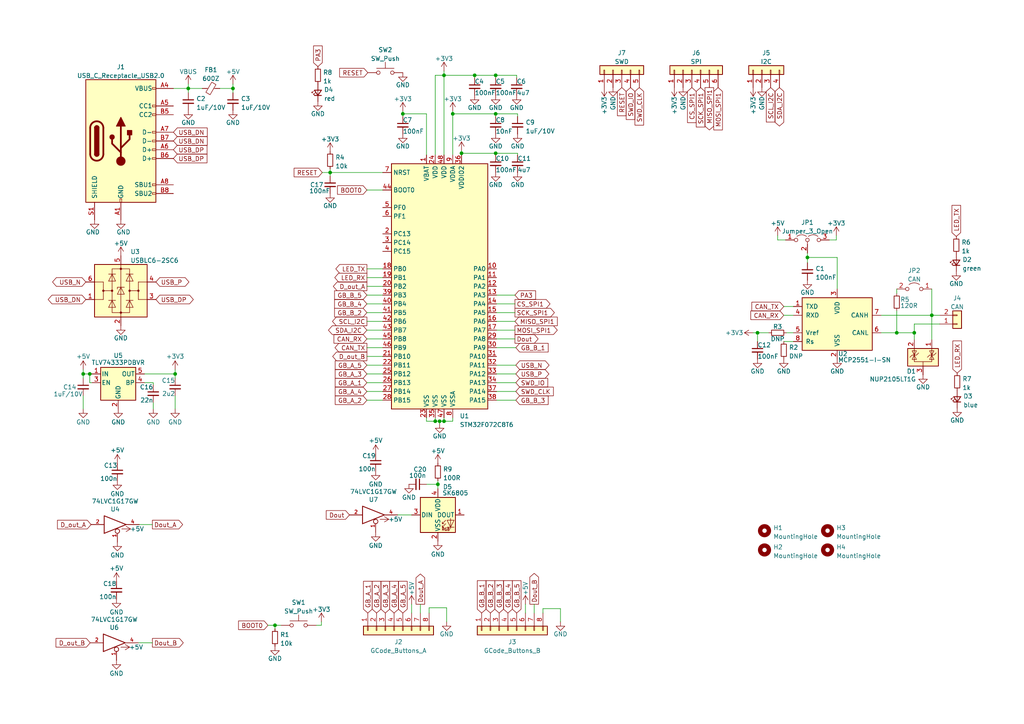
<source format=kicad_sch>
(kicad_sch (version 20211123) (generator eeschema)
  (paper "A4")
  (title_block (title "GCode Buttons MCU") (date "2022-07-03") (rev "V1.0") (company "JNP"))
  (junction (at 133.858 44.45))
  (junction (at 137.668 21.844))
  (junction (at 143.764 21.844))
  (junction (at 143.764 44.45))
  (junction (at 265.176 96.52))
  (junction (at 270.256 91.44))
  (junction (at 131.318 33.02))
  (junction (at 26.035 108.458))
  (junction (at 127 140.462))
  (junction (at 67.564 25.654))
  (junction (at 24.13 108.458))
  (junction (at 260.096 96.52))
  (junction (at 95.758 50.038))
  (junction (at 126.238 122.174))
  (junction (at 54.61 25.654))
  (junction (at 50.8 108.458))
  (junction (at 234.188 74.676))
  (junction (at 128.778 21.844))
  (junction (at 79.756 181.356))
  (junction (at 116.84 33.02))
  (junction (at 128.778 122.174))
  (junction (at 143.764 33.02))
  (junction (at 127.508 122.174))
  (junction (at 219.71 96.52))
  (wire (pts (xy 63.754 25.654) (xy 67.564 25.654)))
  (wire (pts (xy 106.426 83.058) (xy 110.998 83.058)))
  (wire (pts (xy 24.13 108.458) (xy 24.13 109.728)))
  (wire (pts (xy 219.71 96.52) (xy 219.71 99.06)))
  (wire (pts (xy 128.778 20.574) (xy 128.778 21.844)))
  (wire (pts (xy 106.426 55.118) (xy 110.998 55.118)))
  (wire (pts (xy 227.33 88.9) (xy 230.124 88.9)))
  (wire (pts (xy 54.61 24.384) (xy 54.61 25.654)))
  (wire (pts (xy 116.84 32.258) (xy 116.84 33.02)))
  (wire (pts (xy 77.724 181.356) (xy 79.756 181.356)))
  (wire (pts (xy 44.45 116.713) (xy 44.45 118.618)))
  (wire (pts (xy 95.758 49.022) (xy 95.758 50.038)))
  (wire (pts (xy 260.096 90.17) (xy 260.096 96.52)))
  (wire (pts (xy 255.524 96.52) (xy 260.096 96.52)))
  (wire (pts (xy 106.426 105.918) (xy 110.998 105.918)))
  (wire (pts (xy 121.92 175.26) (xy 121.92 177.8)))
  (wire (pts (xy 123.698 121.158) (xy 123.698 122.174)))
  (wire (pts (xy 127.508 122.174) (xy 127.508 122.936)))
  (wire (pts (xy 116.84 33.02) (xy 116.84 33.782)))
  (wire (pts (xy 106.426 90.678) (xy 110.998 90.678)))
  (wire (pts (xy 91.694 181.356) (xy 93.218 181.356)))
  (wire (pts (xy 54.61 25.654) (xy 54.61 26.924)))
  (wire (pts (xy 40.386 152.146) (xy 44.196 152.146)))
  (wire (pts (xy 150.114 44.45) (xy 150.114 44.958)))
  (wire (pts (xy 225.552 69.596) (xy 225.552 68.326)))
  (wire (pts (xy 106.426 108.458) (xy 110.998 108.458)))
  (wire (pts (xy 50.8 114.808) (xy 50.8 118.618)))
  (wire (pts (xy 219.71 96.52) (xy 223.012 96.52)))
  (wire (pts (xy 128.778 121.158) (xy 128.778 122.174)))
  (wire (pts (xy 157.48 176.53) (xy 157.48 177.8)))
  (wire (pts (xy 137.668 21.844) (xy 137.668 22.606)))
  (wire (pts (xy 126.238 44.958) (xy 126.238 21.844)))
  (wire (pts (xy 124.46 176.276) (xy 124.46 177.8)))
  (wire (pts (xy 144.018 98.298) (xy 149.352 98.298)))
  (wire (pts (xy 144.018 113.538) (xy 149.606 113.538)))
  (wire (pts (xy 149.86 21.844) (xy 149.86 22.606)))
  (wire (pts (xy 123.698 33.02) (xy 116.84 33.02)))
  (wire (pts (xy 144.018 105.918) (xy 149.606 105.918)))
  (wire (pts (xy 106.426 113.538) (xy 110.998 113.538)))
  (wire (pts (xy 143.764 44.45) (xy 143.764 44.958)))
  (wire (pts (xy 129.54 180.34) (xy 129.54 176.276)))
  (wire (pts (xy 265.176 93.98) (xy 265.176 96.52)))
  (wire (pts (xy 50.8 107.188) (xy 50.8 108.458)))
  (wire (pts (xy 126.238 122.174) (xy 127.508 122.174)))
  (wire (pts (xy 240.538 69.596) (xy 242.57 69.596)))
  (wire (pts (xy 93.472 50.038) (xy 95.758 50.038)))
  (wire (pts (xy 129.54 176.276) (xy 124.46 176.276)))
  (wire (pts (xy 242.57 69.596) (xy 242.57 68.326)))
  (wire (pts (xy 106.426 93.218) (xy 110.998 93.218)))
  (wire (pts (xy 144.018 93.218) (xy 149.352 93.218)))
  (wire (pts (xy 106.426 110.998) (xy 110.998 110.998)))
  (wire (pts (xy 95.758 50.038) (xy 110.998 50.038)))
  (wire (pts (xy 152.4 175.26) (xy 152.4 177.8)))
  (wire (pts (xy 128.778 21.844) (xy 137.668 21.844)))
  (wire (pts (xy 260.096 96.52) (xy 265.176 96.52)))
  (wire (pts (xy 123.698 140.462) (xy 127 140.462)))
  (wire (pts (xy 131.318 32.258) (xy 131.318 33.02)))
  (wire (pts (xy 126.238 21.844) (xy 128.778 21.844)))
  (wire (pts (xy 40.132 186.436) (xy 44.196 186.436)))
  (wire (pts (xy 228.092 96.52) (xy 230.124 96.52)))
  (wire (pts (xy 131.318 122.174) (xy 128.778 122.174)))
  (wire (pts (xy 234.188 74.676) (xy 234.188 76.2)))
  (wire (pts (xy 162.56 180.34) (xy 162.56 176.53)))
  (wire (pts (xy 143.764 33.02) (xy 143.764 33.782)))
  (wire (pts (xy 106.426 103.378) (xy 110.998 103.378)))
  (wire (pts (xy 143.764 21.844) (xy 143.764 22.606)))
  (wire (pts (xy 144.018 110.998) (xy 149.606 110.998)))
  (wire (pts (xy 67.564 24.384) (xy 67.564 25.654)))
  (wire (pts (xy 24.13 107.188) (xy 24.13 108.458)))
  (wire (pts (xy 79.756 181.356) (xy 79.756 182.372)))
  (wire (pts (xy 127 139.446) (xy 127 140.462)))
  (wire (pts (xy 106.426 80.518) (xy 110.998 80.518)))
  (wire (pts (xy 144.018 88.138) (xy 149.352 88.138)))
  (wire (pts (xy 154.94 175.26) (xy 154.94 177.8)))
  (wire (pts (xy 157.48 176.53) (xy 162.56 176.53)))
  (wire (pts (xy 58.674 25.654) (xy 54.61 25.654)))
  (wire (pts (xy 227.33 91.44) (xy 230.124 91.44)))
  (wire (pts (xy 143.764 21.844) (xy 149.86 21.844)))
  (wire (pts (xy 115.316 149.352) (xy 119.38 149.352)))
  (wire (pts (xy 270.256 91.44) (xy 270.256 98.552)))
  (wire (pts (xy 272.542 93.98) (xy 265.176 93.98)))
  (wire (pts (xy 270.256 83.82) (xy 270.256 91.44)))
  (wire (pts (xy 144.018 90.678) (xy 149.352 90.678)))
  (wire (pts (xy 242.824 83.82) (xy 242.824 74.676)))
  (wire (pts (xy 50.292 25.654) (xy 54.61 25.654)))
  (wire (pts (xy 26.035 108.458) (xy 24.13 108.458)))
  (wire (pts (xy 106.426 100.838) (xy 110.998 100.838)))
  (wire (pts (xy 131.318 121.158) (xy 131.318 122.174)))
  (wire (pts (xy 133.858 43.688) (xy 133.858 44.45)))
  (wire (pts (xy 150.114 33.02) (xy 150.114 33.782)))
  (wire (pts (xy 133.858 44.958) (xy 133.858 44.45)))
  (wire (pts (xy 265.176 96.52) (xy 265.176 98.552)))
  (wire (pts (xy 143.764 44.45) (xy 150.114 44.45)))
  (wire (pts (xy 270.256 91.44) (xy 272.542 91.44)))
  (wire (pts (xy 106.426 116.078) (xy 110.998 116.078)))
  (wire (pts (xy 144.018 116.078) (xy 149.606 116.078)))
  (wire (pts (xy 234.188 73.406) (xy 234.188 74.676)))
  (wire (pts (xy 255.524 91.44) (xy 270.256 91.44)))
  (wire (pts (xy 242.824 74.676) (xy 234.188 74.676)))
  (wire (pts (xy 50.8 108.458) (xy 50.8 109.728)))
  (wire (pts (xy 227.838 69.596) (xy 225.552 69.596)))
  (wire (pts (xy 119.38 175.26) (xy 119.38 177.8)))
  (wire (pts (xy 123.698 44.958) (xy 123.698 33.02)))
  (wire (pts (xy 106.426 85.598) (xy 110.998 85.598)))
  (wire (pts (xy 41.91 108.458) (xy 50.8 108.458)))
  (wire (pts (xy 137.668 21.844) (xy 143.764 21.844)))
  (wire (pts (xy 95.758 50.038) (xy 95.758 51.054)))
  (wire (pts (xy 106.426 98.298) (xy 110.998 98.298)))
  (wire (pts (xy 126.238 121.158) (xy 126.238 122.174)))
  (wire (pts (xy 106.426 88.138) (xy 110.998 88.138)))
  (wire (pts (xy 24.13 114.808) (xy 24.13 118.618)))
  (wire (pts (xy 128.778 122.174) (xy 127.508 122.174)))
  (wire (pts (xy 131.318 44.958) (xy 131.318 33.02)))
  (wire (pts (xy 144.018 108.458) (xy 149.606 108.458)))
  (wire (pts (xy 128.778 44.958) (xy 128.778 21.844)))
  (wire (pts (xy 131.318 33.02) (xy 143.764 33.02)))
  (wire (pts (xy 106.426 95.758) (xy 110.998 95.758)))
  (wire (pts (xy 93.218 181.356) (xy 93.218 180.34)))
  (wire (pts (xy 144.018 95.758) (xy 149.352 95.758)))
  (wire (pts (xy 106.426 77.978) (xy 110.998 77.978)))
  (wire (pts (xy 218.44 96.52) (xy 219.71 96.52)))
  (wire (pts (xy 123.698 122.174) (xy 126.238 122.174)))
  (wire (pts (xy 260.096 83.82) (xy 260.096 85.09)))
  (wire (pts (xy 67.564 25.654) (xy 67.564 26.924)))
  (wire (pts (xy 227.33 99.06) (xy 230.124 99.06)))
  (wire (pts (xy 41.91 110.998) (xy 44.45 110.998)))
  (wire (pts (xy 144.018 85.598) (xy 149.352 85.598)))
  (wire (pts (xy 143.764 33.02) (xy 150.114 33.02)))
  (wire (pts (xy 26.035 110.998) (xy 26.035 108.458)))
  (wire (pts (xy 127 140.462) (xy 127 141.732)))
  (wire (pts (xy 44.45 110.998) (xy 44.45 111.633)))
  (wire (pts (xy 133.858 44.45) (xy 143.764 44.45)))
  (wire (pts (xy 79.756 181.356) (xy 81.534 181.356)))
  (wire (pts (xy 26.67 108.458) (xy 26.035 108.458)))
  (wire (pts (xy 144.018 100.838) (xy 149.606 100.838)))
  (wire (pts (xy 26.67 110.998) (xy 26.035 110.998)))
  (global_label "CAN_TX" (shape input) (at 227.33 88.9 180) (property "Intersheet References" "${INTERSHEET_REFS}" (effects hide)))
  (global_label "USB_DN" (shape input) (at 50.292 40.894 0) (property "Intersheet References" "${INTERSHEET_REFS}" (effects hide)))
  (global_label "GB_B_1" (shape input) (at 139.7 177.8 90) (property "Intersheet References" "${INTERSHEET_REFS}" (effects hide)))
  (global_label "GB_A_1" (shape input) (at 106.426 110.998 180) (property "Intersheet References" "${INTERSHEET_REFS}" (effects hide)))
  (global_label "CAN_RX" (shape input) (at 106.426 98.298 180) (property "Intersheet References" "${INTERSHEET_REFS}" (effects hide)))
  (global_label "SCL_I2C" (shape input) (at 223.52 25.4 270) (property "Intersheet References" "${INTERSHEET_REFS}" (effects hide)))
  (global_label "Dout_B" (shape output) (at 154.94 175.26 90) (property "Intersheet References" "${INTERSHEET_REFS}" (effects hide)))
  (global_label "GB_B_2" (shape input) (at 142.24 177.8 90) (property "Intersheet References" "${INTERSHEET_REFS}" (effects hide)))
  (global_label "Dout_B" (shape output) (at 44.196 186.436 0) (property "Intersheet References" "${INTERSHEET_REFS}" (effects hide)))
  (global_label "SWD_IO" (shape input) (at 149.606 110.998 0) (property "Intersheet References" "${INTERSHEET_REFS}" (effects hide)))
  (global_label "GB_A_1" (shape input) (at 106.68 177.8 90) (property "Intersheet References" "${INTERSHEET_REFS}" (effects hide)))
  (global_label "MISO_SPI1" (shape input) (at 149.352 93.218 0) (property "Intersheet References" "${INTERSHEET_REFS}" (effects hide)))
  (global_label "SCK_SPI1" (shape output) (at 149.352 90.678 0) (property "Intersheet References" "${INTERSHEET_REFS}" (effects hide)))
  (global_label "RESET" (shape input) (at 93.472 50.038 180) (property "Intersheet References" "${INTERSHEET_REFS}" (effects hide)))
  (global_label "GB_A_5" (shape input) (at 116.84 177.8 90) (property "Intersheet References" "${INTERSHEET_REFS}" (effects hide)))
  (global_label "MOSI_SPI1" (shape output) (at 149.352 95.758 0) (property "Intersheet References" "${INTERSHEET_REFS}" (effects hide)))
  (global_label "GB_B_4" (shape input) (at 106.426 88.138 180) (property "Intersheet References" "${INTERSHEET_REFS}" (effects hide)))
  (global_label "USB_N" (shape bidirectional) (at 149.606 105.918 0) (property "Intersheet References" "${INTERSHEET_REFS}" (effects hide)))
  (global_label "GB_A_2" (shape input) (at 109.22 177.8 90) (property "Intersheet References" "${INTERSHEET_REFS}" (effects hide)))
  (global_label "LED_TX" (shape output) (at 106.426 77.978 180) (property "Intersheet References" "${INTERSHEET_REFS}" (effects hide)))
  (global_label "D_out_B" (shape output) (at 106.426 103.378 180) (property "Intersheet References" "${INTERSHEET_REFS}" (effects hide)))
  (global_label "USB_DN" (shape bidirectional) (at 24.892 86.868 180) (property "Intersheet References" "${INTERSHEET_REFS}" (effects hide)))
  (global_label "GB_A_3" (shape input) (at 111.76 177.8 90) (property "Intersheet References" "${INTERSHEET_REFS}" (effects hide)))
  (global_label "PA3" (shape input) (at 149.352 85.598 0) (property "Intersheet References" "${INTERSHEET_REFS}" (effects hide)))
  (global_label "D_out_B" (shape input) (at 26.162 186.436 180) (property "Intersheet References" "${INTERSHEET_REFS}" (effects hide)))
  (global_label "CS_SPI1" (shape output) (at 149.352 88.138 0) (property "Intersheet References" "${INTERSHEET_REFS}" (effects hide)))
  (global_label "Dout" (shape input) (at 101.346 149.352 180) (property "Intersheet References" "${INTERSHEET_REFS}" (effects hide)))
  (global_label "SDA_I2C" (shape bidirectional) (at 106.426 95.758 180) (property "Intersheet References" "${INTERSHEET_REFS}" (effects hide)))
  (global_label "GB_A_4" (shape input) (at 106.426 113.538 180) (property "Intersheet References" "${INTERSHEET_REFS}" (effects hide)))
  (global_label "Dout_A" (shape output) (at 44.196 152.146 0) (property "Intersheet References" "${INTERSHEET_REFS}" (effects hide)))
  (global_label "SCK_SPI1" (shape input) (at 203.2 25.4 270) (property "Intersheet References" "${INTERSHEET_REFS}" (effects hide)))
  (global_label "CS_SPI1" (shape input) (at 200.66 25.4 270) (property "Intersheet References" "${INTERSHEET_REFS}" (effects hide)))
  (global_label "GB_B_4" (shape input) (at 147.32 177.8 90) (property "Intersheet References" "${INTERSHEET_REFS}" (effects hide)))
  (global_label "Dout_A" (shape output) (at 121.92 175.26 90) (property "Intersheet References" "${INTERSHEET_REFS}" (effects hide)))
  (global_label "GB_B_3" (shape input) (at 149.606 116.078 0) (property "Intersheet References" "${INTERSHEET_REFS}" (effects hide)))
  (global_label "RESET" (shape input) (at 180.34 25.4 270) (property "Intersheet References" "${INTERSHEET_REFS}" (effects hide)))
  (global_label "GB_B_1" (shape input) (at 149.606 100.838 0) (property "Intersheet References" "${INTERSHEET_REFS}" (effects hide)))
  (global_label "USB_DP" (shape input) (at 50.292 45.974 0) (property "Intersheet References" "${INTERSHEET_REFS}" (effects hide)))
  (global_label "GB_A_3" (shape input) (at 106.426 108.458 180) (property "Intersheet References" "${INTERSHEET_REFS}" (effects hide)))
  (global_label "BOOT0" (shape input) (at 106.426 55.118 180) (property "Intersheet References" "${INTERSHEET_REFS}" (effects hide)))
  (global_label "USB_P" (shape bidirectional) (at 45.212 81.788 0) (property "Intersheet References" "${INTERSHEET_REFS}" (effects hide)))
  (global_label "SWD_CLK" (shape input) (at 149.606 113.538 0) (property "Intersheet References" "${INTERSHEET_REFS}" (effects hide)))
  (global_label "GB_A_2" (shape input) (at 106.426 116.078 180) (property "Intersheet References" "${INTERSHEET_REFS}" (effects hide)))
  (global_label "GB_B_2" (shape input) (at 106.426 90.678 180) (property "Intersheet References" "${INTERSHEET_REFS}" (effects hide)))
  (global_label "Dout" (shape output) (at 149.352 98.298 0) (property "Intersheet References" "${INTERSHEET_REFS}" (effects hide)))
  (global_label "CAN_TX" (shape output) (at 106.426 100.838 180) (property "Intersheet References" "${INTERSHEET_REFS}" (effects hide)))
  (global_label "LED_RX" (shape output) (at 106.426 80.518 180) (property "Intersheet References" "${INTERSHEET_REFS}" (effects hide)))
  (global_label "USB_DP" (shape input) (at 50.292 43.434 0) (property "Intersheet References" "${INTERSHEET_REFS}" (effects hide)))
  (global_label "USB_P" (shape bidirectional) (at 149.606 108.458 0) (property "Intersheet References" "${INTERSHEET_REFS}" (effects hide)))
  (global_label "SWD_CLK" (shape input) (at 185.42 25.4 270) (property "Intersheet References" "${INTERSHEET_REFS}" (effects hide)))
  (global_label "USB_DN" (shape input) (at 50.292 38.354 0) (property "Intersheet References" "${INTERSHEET_REFS}" (effects hide)))
  (global_label "SCL_I2C" (shape output) (at 106.426 93.218 180) (property "Intersheet References" "${INTERSHEET_REFS}" (effects hide)))
  (global_label "USB_DP" (shape bidirectional) (at 45.212 86.868 0) (property "Intersheet References" "${INTERSHEET_REFS}" (effects hide)))
  (global_label "LED_RX" (shape input) (at 277.622 108.204 90) (property "Intersheet References" "${INTERSHEET_REFS}" (effects hide)))
  (global_label "LED_TX" (shape input) (at 277.368 68.58 90) (property "Intersheet References" "${INTERSHEET_REFS}" (effects hide)))
  (global_label "PA3" (shape input) (at 92.202 19.304 90) (property "Intersheet References" "${INTERSHEET_REFS}" (effects hide)))
  (global_label "BOOT0" (shape input) (at 77.724 181.356 180) (property "Intersheet References" "${INTERSHEET_REFS}" (effects hide)))
  (global_label "GB_A_5" (shape input) (at 106.426 105.918 180) (property "Intersheet References" "${INTERSHEET_REFS}" (effects hide)))
  (global_label "D_out_A" (shape input) (at 26.416 152.146 180) (property "Intersheet References" "${INTERSHEET_REFS}" (effects hide)))
  (global_label "RESET" (shape input) (at 106.68 21.082 180) (property "Intersheet References" "${INTERSHEET_REFS}" (effects hide)))
  (global_label "USB_N" (shape bidirectional) (at 24.892 81.788 180) (property "Intersheet References" "${INTERSHEET_REFS}" (effects hide)))
  (global_label "SDA_I2C" (shape bidirectional) (at 226.06 25.4 270) (property "Intersheet References" "${INTERSHEET_REFS}" (effects hide)))
  (global_label "CAN_RX" (shape input) (at 227.33 91.44 180) (property "Intersheet References" "${INTERSHEET_REFS}" (effects hide)))
  (global_label "MISO_SPI1" (shape output) (at 205.74 25.4 270) (property "Intersheet References" "${INTERSHEET_REFS}" (effects hide)))
  (global_label "D_out_A" (shape output) (at 106.426 83.058 180) (property "Intersheet References" "${INTERSHEET_REFS}" (effects hide)))
  (global_label "SWD_IO" (shape input) (at 182.88 25.4 270) (property "Intersheet References" "${INTERSHEET_REFS}" (effects hide)))
  (global_label "GB_B_5" (shape input) (at 149.86 177.8 90) (property "Intersheet References" "${INTERSHEET_REFS}" (effects hide)))
  (global_label "GB_B_5" (shape input) (at 106.426 85.598 180) (property "Intersheet References" "${INTERSHEET_REFS}" (effects hide)))
  (global_label "GB_A_4" (shape input) (at 114.3 177.8 90) (property "Intersheet References" "${INTERSHEET_REFS}" (effects hide)))
  (global_label "MOSI_SPI1" (shape input) (at 208.28 25.4 270) (property "Intersheet References" "${INTERSHEET_REFS}" (effects hide)))
  (global_label "GB_B_3" (shape input) (at 144.78 177.8 90) (property "Intersheet References" "${INTERSHEET_REFS}" (effects hide)))
  (symbol (lib_id "Device:C_Small") (at 137.668 25.146 0) (unit 1)
    (property "Reference" "C4" (at 137.668 23.622 0) (effects (justify left)))
    (property "Value" "100nF" (at 137.668 26.924 0) (effects (justify left)))
    (property "Footprint" "Capacitor_SMD:C_0402_1005Metric" (effects hide))
    (property "LCSC" "C60474" (effects hide))
  )
  (symbol (lib_id "Connector:USB_C_Receptacle_USB2.0") (at 35.052 40.894 0) (unit 1)
    (property "Reference" "J1" (at 35.052 19.4142 0))
    (property "Value" "USB_C_Receptacle_USB2.0" (at 35.052 21.9511 0))
    (property "Footprint" "Connector_USB:USB_C_Receptacle_HRO_TYPE-C-31-M-12" (effects hide))
    (property "Datasheet" "https://www.usb.org/sites/default/files/documents/usb_type-c.zip" (effects hide))
    (property "LCSC" "C136423" (effects hide))
  )
  (symbol (lib_id "power:GND") (at 27.432 63.754 0) (unit 1)
    (property "Reference" "#PWR0107" (effects hide))
    (property "Value" "GND" (at 26.924 67.31 0))
  )
  (symbol (lib_id "Device:C_Small") (at 108.966 134.112 0) (mirror y) (unit 1)
    (property "Reference" "C19" (at 108.966 132.207 0) (effects (justify left)))
    (property "Value" "100n" (at 108.966 136.017 0) (effects (justify left)))
    (property "Footprint" "Capacitor_SMD:C_0402_1005Metric" (effects hide))
    (property "LCSC" "C60474" (effects hide))
  )
  (symbol (lib_id "power:+5V") (at 33.782 168.656 0) (mirror y) (unit 1)
    (property "Reference" "#PWR0148" (effects hide))
    (property "Value" "+5V" (at 33.782 164.846 0))
  )
  (symbol (lib_id "power:GND") (at 44.45 118.618 0) (mirror y) (unit 1)
    (property "Reference" "#PWR0136" (effects hide))
    (property "Value" "GND" (at 44.45 122.428 0))
  )
  (symbol (lib_id "power:GND") (at 242.824 104.14 0) (unit 1)
    (property "Reference" "#PWR0103" (effects hide))
    (property "Value" "GND" (at 242.824 107.696 0))
  )
  (symbol (lib_id "power:GND") (at 116.84 21.082 0) (unit 1)
    (property "Reference" "#PWR0141" (effects hide))
    (property "Value" "GND" (at 116.84 24.638 0))
  )
  (symbol (lib_id "Mechanical:MountingHole") (at 221.742 153.924 0) (unit 1) (in_bom no)
    (property "Reference" "H1" (at 224.282 153.0893 0) (effects (justify left)))
    (property "Value" "MountingHole" (at 224.282 155.6262 0) (effects (justify left)))
    (property "Footprint" "MountingHole:MountingHole_2.2mm_M2_DIN965" (effects hide))
  )
  (symbol (lib_id "power:GND") (at 92.202 29.464 0) (unit 1)
    (property "Reference" "#PWR0151" (effects hide))
    (property "Value" "GND" (at 92.202 33.02 0))
  )
  (symbol (lib_id "power:GND") (at 35.052 63.754 0) (unit 1)
    (property "Reference" "#PWR0108" (effects hide))
    (property "Value" "GND" (at 35.814 67.31 0))
  )
  (symbol (lib_id "Mechanical:MountingHole") (at 221.742 159.512 0) (unit 1) (in_bom no)
    (property "Reference" "H2" (at 224.282 158.6773 0) (effects (justify left)))
    (property "Value" "MountingHole" (at 224.282 161.2142 0) (effects (justify left)))
    (property "Footprint" "MountingHole:MountingHole_2.2mm_M2_DIN965" (effects hide))
  )
  (symbol (lib_id "power:GND") (at 95.758 56.134 0) (unit 1)
    (property "Reference" "#PWR0142" (effects hide))
    (property "Value" "GND" (at 95.758 59.69 0))
  )
  (symbol (lib_id "power:+5V") (at 24.13 107.188 0) (mirror y) (unit 1)
    (property "Reference" "#PWR0134" (effects hide))
    (property "Value" "+5V" (at 24.13 103.378 0))
  )
  (symbol (lib_id "Device:C_Small") (at 44.45 114.173 0) (mirror y) (unit 1)
    (property "Reference" "C16" (at 44.45 112.268 0) (effects (justify left)))
    (property "Value" "22n" (at 44.45 116.078 0) (effects (justify left)))
    (property "Footprint" "Capacitor_SMD:C_0402_1005Metric" (effects hide))
    (property "LCSC" "C107026" (effects hide))
  )
  (symbol (lib_id "Connector_Generic:Conn_01x08") (at 147.32 182.88 90) (mirror x) (unit 1)
    (property "Reference" "J3" (at 148.59 186.1804 90))
    (property "Value" "GCode_Buttons_B" (at 148.59 188.7173 90))
    (property "Footprint" "Connector_FFC-FPC:JUSHUO AFC11-S08ICC-00" (effects hide))
    (property "LCSC" "C262301" (effects hide))
  )
  (symbol (lib_id "power:+5V") (at 152.4 175.26 0) (mirror y) (unit 1)
    (property "Reference" "#PWR0152" (effects hide))
    (property "Value" "+5V" (at 152.4 170.688 90))
  )
  (symbol (lib_id "Device:C_Small") (at 67.564 29.464 0) (unit 1)
    (property "Reference" "C3" (at 69.8881 28.6356 0) (effects (justify left)))
    (property "Value" "1uF{slash}10V" (at 69.8881 31.1725 0) (effects (justify left)))
    (property "Footprint" "Capacitor_SMD:C_0402_1005Metric" (effects hide))
    (property "LCSC" "C528974" (effects hide))
  )
  (symbol (lib_id "power:+3V3") (at 133.858 43.688 0) (unit 1)
    (property "Reference" "#PWR0119" (effects hide))
    (property "Value" "+3V3" (at 133.858 40.1122 0))
  )
  (symbol (lib_id "Device:FerriteBead_Small") (at 61.214 25.654 90) (unit 1)
    (property "Reference" "FB1" (at 61.1759 20.2524 90))
    (property "Value" "600Z" (at 61.1759 22.7893 90))
    (property "Footprint" "Inductor_SMD:L_0603_1608Metric" (effects hide))
    (property "LCSC" "C19330" (effects hide))
  )
  (symbol (lib_id "MCU_ST_STM32F0:STM32F072C8Tx") (at 128.778 83.058 0) (unit 1)
    (property "Reference" "U1" (at 133.3374 120.6484 0) (effects (justify left)))
    (property "Value" "STM32F072C8T6" (at 133.3374 123.1853 0) (effects (justify left)))
    (property "Footprint" "Package_QFP:LQFP-48_7x7mm_P0.5mm" (effects hide))
    (property "Datasheet" "http://www.st.com/st-web-ui/static/active/en/resource/technical/document/datasheet/DM00090510.pdf" (effects hide))
    (property "LCSC" "C80488" (effects hide))
  )
  (symbol (lib_id "power:+3V3") (at 128.778 20.574 0) (unit 1)
    (property "Reference" "#PWR0124" (effects hide))
    (property "Value" "+3V3" (at 128.778 16.9982 0))
  )
  (symbol (lib_id "power:+5V") (at 119.38 175.26 0) (mirror y) (unit 1)
    (property "Reference" "#PWR0153" (effects hide))
    (property "Value" "+5V" (at 119.38 170.688 90))
  )
  (symbol (lib_id "Device:C_Small") (at 150.114 47.498 0) (unit 1)
    (property "Reference" "C11" (at 150.114 45.974 0) (effects (justify left)))
    (property "Value" "4u7" (at 150.114 49.276 0) (effects (justify left)))
    (property "Footprint" "Capacitor_SMD:C_0402_1005Metric" (effects hide))
    (property "LCSC" "C368809" (effects hide))
  )
  (symbol (lib_id "Device:R_Small") (at 95.758 46.482 0) (unit 1)
    (property "Reference" "R4" (at 97.2566 45.6473 0) (effects (justify left)))
    (property "Value" "10k" (at 97.2566 48.1842 0) (effects (justify left)))
    (property "Footprint" "Resistor_SMD:R_0402_1005Metric" (effects hide))
    (property "LCSC" "C144807" (effects hide))
  )
  (symbol (lib_id "Device:R_Small") (at 227.33 101.6 0) (unit 1) (in_bom no)
    (property "Reference" "R2" (at 228.8286 100.7653 0) (effects (justify left)))
    (property "Value" "DNP" (at 228.8286 103.3022 0) (effects (justify left)))
    (property "Footprint" "Resistor_SMD:R_0402_1005Metric" (effects hide))
  )
  (symbol (lib_id "Device:C_Small") (at 54.61 29.464 0) (unit 1)
    (property "Reference" "C2" (at 56.9341 28.6356 0) (effects (justify left)))
    (property "Value" "1uF{slash}10V" (at 56.9341 31.1725 0) (effects (justify left)))
    (property "Footprint" "Capacitor_SMD:C_0402_1005Metric" (effects hide))
    (property "LCSC" "C528974" (effects hide))
  )
  (symbol (lib_id "power:GND") (at 34.036 139.446 0) (mirror y) (unit 1)
    (property "Reference" "#PWR0133" (effects hide))
    (property "Value" "GND" (at 34.036 143.256 0))
  )
  (symbol (lib_id "power:GND") (at 116.84 38.862 0) (unit 1)
    (property "Reference" "#PWR0125" (effects hide))
    (property "Value" "GND" (at 116.84 42.418 0))
  )
  (symbol (lib_id "power:+5V") (at 110.236 150.622 270) (mirror x) (unit 1)
    (property "Reference" "#PWR0166" (effects hide))
    (property "Value" "+5V" (at 114.681 150.622 90))
  )
  (symbol (lib_id "74xGxx:74AHC1G125") (at 33.782 186.436 0) (mirror x) (unit 1)
    (property "Reference" "U6" (at 33.147 181.991 0))
    (property "Value" "74LVC1G17GW" (at 33.147 179.6796 0))
    (property "Footprint" "Package_TO_SOT_SMD:SOT-353_SC-70-5" (effects hide))
    (property "Datasheet" "http://www.ti.com/lit/sg/scyt129e/scyt129e.pdf" (effects hide))
    (property "LCSC" "C202202" (effects hide))
  )
  (symbol (lib_id "Device:C_Small") (at 50.8 112.268 0) (mirror y) (unit 1)
    (property "Reference" "C15" (at 50.8 110.363 0) (effects (justify left)))
    (property "Value" "2u2" (at 50.8 114.173 0) (effects (justify left)))
    (property "Footprint" "Capacitor_SMD:C_0402_1005Metric" (effects hide))
    (property "LCSC" "C415540" (effects hide))
  )
  (symbol (lib_id "power:+3V3") (at 95.758 43.942 0) (unit 1)
    (property "Reference" "#PWR0143" (effects hide))
    (property "Value" "+3V3" (at 95.758 40.3662 0))
  )
  (symbol (lib_id "power:GND") (at 198.12 25.4 0) (unit 1)
    (property "Reference" "#PWR0157" (effects hide))
    (property "Value" "GND" (at 198.12 29.972 90))
  )
  (symbol (lib_id "power:GND") (at 118.618 140.462 0) (mirror y) (unit 1)
    (property "Reference" "#PWR0165" (effects hide))
    (property "Value" "GND" (at 118.618 144.272 0))
  )
  (symbol (lib_id "Regulator_Linear:TPS79333-EP") (at 34.29 110.998 0) (unit 1)
    (property "Reference" "U5" (at 34.29 103.124 0))
    (property "Value" "TLV74333PDBVR" (at 34.29 105.156 0))
    (property "Footprint" "Package_TO_SOT_SMD:SOT-23-5" (effects hide))
    (property "LCSC" "C408972" (effects hide))
    (property "Alternative" "RT9193-33GB/C15651" (effects hide))
  )
  (symbol (lib_id "power:GND") (at 67.564 32.004 0) (unit 1)
    (property "Reference" "#PWR0105" (effects hide))
    (property "Value" "GND" (at 67.564 35.56 0))
  )
  (symbol (lib_id "power:+3V3") (at 175.26 25.4 180) (unit 1)
    (property "Reference" "#PWR0158" (effects hide))
    (property "Value" "+3V3" (at 175.26 33.274 90) (effects (justify right)))
  )
  (symbol (lib_id "Device:C_Small") (at 121.158 140.462 270) (mirror x) (unit 1)
    (property "Reference" "C20" (at 119.888 136.144 90) (effects (justify left)))
    (property "Value" "100n" (at 118.618 137.922 90) (effects (justify left)))
    (property "Footprint" "Capacitor_SMD:C_0402_1005Metric" (effects hide))
    (property "LCSC" "C60474" (effects hide))
  )
  (symbol (lib_id "Device:C_Small") (at 33.782 171.196 0) (mirror y) (unit 1)
    (property "Reference" "C18" (at 33.782 169.291 0) (effects (justify left)))
    (property "Value" "100n" (at 33.782 173.101 0) (effects (justify left)))
    (property "Footprint" "Capacitor_SMD:C_0402_1005Metric" (effects hide))
    (property "LCSC" "C60474" (effects hide))
  )
  (symbol (lib_id "power:GND") (at 267.716 108.712 0) (unit 1)
    (property "Reference" "#PWR0101" (effects hide))
    (property "Value" "GND" (at 267.716 112.268 0))
  )
  (symbol (lib_id "power:+5V") (at 35.052 187.706 270) (mirror x) (unit 1)
    (property "Reference" "#PWR0145" (effects hide))
    (property "Value" "+5V" (at 39.497 187.706 90))
  )
  (symbol (lib_id "power:GND") (at 149.86 27.686 0) (unit 1)
    (property "Reference" "#PWR0116" (effects hide))
    (property "Value" "GND" (at 149.86 31.242 0))
  )
  (symbol (lib_id "power:VBUS") (at 54.61 24.384 0) (unit 1)
    (property "Reference" "#PWR0110" (effects hide))
    (property "Value" "VBUS" (at 54.61 20.8082 0))
  )
  (symbol (lib_id "power:+5V") (at 127 134.366 0) (unit 1)
    (property "Reference" "#PWR0163" (effects hide))
    (property "Value" "+5V" (at 127 130.7902 0))
  )
  (symbol (lib_id "Device:C_Small") (at 95.758 53.594 0) (unit 1)
    (property "Reference" "C17" (at 89.916 53.594 0) (effects (justify left)))
    (property "Value" "100nF" (at 89.662 55.372 0) (effects (justify left)))
    (property "Footprint" "Capacitor_SMD:C_0402_1005Metric" (effects hide))
    (property "LCSC" "C60474" (effects hide))
  )
  (symbol (lib_id "Mechanical:MountingHole") (at 240.03 159.512 0) (unit 1) (in_bom no)
    (property "Reference" "H4" (at 242.57 158.6773 0) (effects (justify left)))
    (property "Value" "MountingHole" (at 242.57 161.2142 0) (effects (justify left)))
    (property "Footprint" "MountingHole:MountingHole_2.2mm_M2_DIN965" (effects hide))
  )
  (symbol (lib_id "Switch:SW_Push") (at 86.614 181.356 0) (unit 1)
    (property "Reference" "SW1" (at 86.614 174.7352 0))
    (property "Value" "SW_Push" (at 86.614 177.2721 0))
    (property "Footprint" "Button_Switch_SMD:SW_SPST_1TS003B-1400-3500A-CT" (effects hide))
    (property "LCSC" "C319392" (effects hide))
  )
  (symbol (lib_id "power:GND") (at 143.764 27.686 0) (unit 1)
    (property "Reference" "#PWR0115" (effects hide))
    (property "Value" "GND" (at 143.764 31.242 0))
  )
  (symbol (lib_id "Device:C_Small") (at 219.71 101.6 0) (unit 1)
    (property "Reference" "C12" (at 219.71 100.076 0) (effects (justify left)))
    (property "Value" "100nF" (at 219.71 103.378 0) (effects (justify left)))
    (property "Footprint" "Capacitor_SMD:C_0402_1005Metric" (effects hide))
    (property "LCSC" "C60474" (effects hide))
  )
  (symbol (lib_id "Device:R_Small") (at 260.096 87.63 0) (unit 1)
    (property "Reference" "R5" (at 261.112 86.868 0) (effects (justify left)))
    (property "Value" "120R" (at 261.112 88.646 0) (effects (justify left)))
    (property "Footprint" "Resistor_SMD:R_0402_1005Metric" (effects hide))
    (property "LCSC" "C25079" (effects hide))
  )
  (symbol (lib_id "power:+5V") (at 35.306 153.416 270) (mirror x) (unit 1)
    (property "Reference" "#PWR0130" (effects hide))
    (property "Value" "+5V" (at 39.751 153.416 90))
  )
  (symbol (lib_id "power:+3V3") (at 93.218 180.34 0) (unit 1)
    (property "Reference" "#PWR0144" (effects hide))
    (property "Value" "+3V3" (at 93.218 176.7642 0))
  )
  (symbol (lib_id "Mechanical:MountingHole") (at 240.03 153.924 0) (unit 1) (in_bom no)
    (property "Reference" "H3" (at 242.57 153.0893 0) (effects (justify left)))
    (property "Value" "MountingHole" (at 242.57 155.6262 0) (effects (justify left)))
    (property "Footprint" "MountingHole:MountingHole_2.2mm_M2_DIN965" (effects hide))
  )
  (symbol (lib_id "power:+3V3") (at 131.318 32.258 0) (unit 1)
    (property "Reference" "#PWR0127" (effects hide))
    (property "Value" "+3V3" (at 131.318 28.6822 0))
  )
  (symbol (lib_id "Device:LED_Small") (at 277.368 76.2 90) (unit 1)
    (property "Reference" "D2" (at 279.146 75.3018 90) (effects (justify right)))
    (property "Value" "green" (at 279.146 77.8387 90) (effects (justify right)))
    (property "Footprint" "LED_SMD:LED_0402_1005Metric" (effects hide))
    (property "LCSC" "C401111" (effects hide))
  )
  (symbol (lib_id "Device:C_Small") (at 143.764 36.322 0) (unit 1)
    (property "Reference" "C8" (at 143.764 34.798 0) (effects (justify left)))
    (property "Value" "10nF" (at 143.764 38.1 0) (effects (justify left)))
    (property "Footprint" "Capacitor_SMD:C_0402_1005Metric" (effects hide))
    (property "LCSC" "C327025" (effects hide))
  )
  (symbol (lib_id "power:GND") (at 108.966 154.432 0) (mirror y) (unit 1)
    (property "Reference" "#PWR0167" (effects hide))
    (property "Value" "GND" (at 108.966 158.242 0))
  )
  (symbol (lib_id "power:GND") (at 79.756 187.452 0) (unit 1)
    (property "Reference" "#PWR0113" (effects hide))
    (property "Value" "GND" (at 79.756 191.008 0))
  )
  (symbol (lib_id "Device:R_Small") (at 79.756 184.912 0) (unit 1)
    (property "Reference" "R1" (at 81.2546 184.0773 0) (effects (justify left)))
    (property "Value" "10k" (at 81.2546 186.6142 0) (effects (justify left)))
    (property "Footprint" "Resistor_SMD:R_0402_1005Metric" (effects hide))
    (property "LCSC" "C144807" (effects hide))
  )
  (symbol (lib_id "power:GND") (at 277.368 78.74 0) (unit 1)
    (property "Reference" "#PWR0150" (effects hide))
    (property "Value" "GND" (at 277.368 82.296 0))
  )
  (symbol (lib_id "74xGxx:74AHC1G125") (at 34.036 152.146 0) (mirror x) (unit 1)
    (property "Reference" "U4" (at 33.401 147.701 0))
    (property "Value" "74LVC1G17GW" (at 33.401 145.3896 0))
    (property "Footprint" "Package_TO_SOT_SMD:SOT-353_SC-70-5" (effects hide))
    (property "Datasheet" "http://www.ti.com/lit/sg/scyt129e/scyt129e.pdf" (effects hide))
    (property "LCSC" "C202202" (effects hide))
  )
  (symbol (lib_id "Device:R_Small") (at 277.622 110.744 0) (unit 1)
    (property "Reference" "R7" (at 279.1206 109.9093 0) (effects (justify left)))
    (property "Value" "1k" (at 279.1206 112.4462 0) (effects (justify left)))
    (property "Footprint" "Resistor_SMD:R_0402_1005Metric" (effects hide))
    (property "LCSC" "C144789" (effects hide))
  )
  (symbol (lib_id "power:GND") (at 127 156.972 0) (mirror y) (unit 1)
    (property "Reference" "#PWR0169" (effects hide))
    (property "Value" "GND" (at 127 160.782 0))
  )
  (symbol (lib_id "power:GND") (at 150.114 38.862 0) (unit 1)
    (property "Reference" "#PWR0117" (effects hide))
    (property "Value" "GND" (at 150.114 42.418 0))
  )
  (symbol (lib_id "power:GND") (at 219.71 104.14 0) (unit 1)
    (property "Reference" "#PWR0128" (effects hide))
    (property "Value" "GND" (at 219.71 107.696 0))
  )
  (symbol (lib_id "power:GND") (at 234.188 81.28 0) (unit 1)
    (property "Reference" "#PWR0102" (effects hide))
    (property "Value" "GND" (at 234.188 84.836 0))
  )
  (symbol (lib_id "power:GND") (at 177.8 25.4 0) (unit 1)
    (property "Reference" "#PWR0159" (effects hide))
    (property "Value" "GND" (at 177.8 29.972 90))
  )
  (symbol (lib_id "Device:R_Small") (at 127 136.906 0) (unit 1)
    (property "Reference" "R9" (at 128.4986 136.0713 0) (effects (justify left)))
    (property "Value" "100R" (at 128.4986 138.6082 0) (effects (justify left)))
    (property "Footprint" "Resistor_SMD:R_0402_1005Metric" (effects hide))
    (property "LCSC" "C25076" (effects hide))
  )
  (symbol (lib_id "power:+3.3V") (at 50.8 107.188 0) (mirror y) (unit 1)
    (property "Reference" "#PWR0137" (effects hide))
    (property "Value" "+3.3V" (at 50.8 103.378 0))
  )
  (symbol (lib_id "power:GND") (at 143.764 50.038 0) (unit 1)
    (property "Reference" "#PWR0121" (effects hide))
    (property "Value" "GND" (at 143.764 53.594 0))
  )
  (symbol (lib_id "power:GND") (at 143.764 38.862 0) (unit 1)
    (property "Reference" "#PWR0118" (effects hide))
    (property "Value" "GND" (at 143.764 42.418 0))
  )
  (symbol (lib_id "power:GND") (at 227.33 104.14 0) (unit 1)
    (property "Reference" "#PWR0114" (effects hide))
    (property "Value" "GND" (at 227.33 107.696 0))
  )
  (symbol (lib_id "power:GND") (at 33.782 173.736 0) (mirror y) (unit 1)
    (property "Reference" "#PWR0147" (effects hide))
    (property "Value" "GND" (at 33.782 177.546 0))
  )
  (symbol (lib_id "LED:SK6805") (at 127 149.352 0) (unit 1)
    (property "Reference" "D5" (at 129.794 141.224 0))
    (property "Value" "SK6805" (at 132.08 143.002 0))
    (property "Footprint" "LED_SMD:LED_SK6805_PLCC4_2.4x2.7mm_P1.3mm" (effects hide))
    (property "Datasheet" "https://cdn-shop.adafruit.com/product-files/3484/3484_Datasheet.pdf" (effects hide))
    (property "LCSC" "C784561" (effects hide))
  )
  (symbol (lib_id "power:GND") (at 35.052 94.488 0) (unit 1)
    (property "Reference" "#PWR0109" (effects hide))
    (property "Value" "GND" (at 35.052 98.044 0))
  )
  (symbol (lib_id "Jumper:Jumper_2_Open") (at 265.176 83.82 0) (mirror y) (unit 1)
    (property "Reference" "JP2" (at 265.176 78.4692 0))
    (property "Value" "CAN" (at 265.176 81.0061 0))
    (property "Footprint" "Connector_PinHeader_2.54mm:PinHeader_1x02_P2.54mm_Vertical" (effects hide))
    (property "LCSC" "C492401" (effects hide))
  )
  (symbol (lib_id "power:+5V") (at 108.966 131.572 0) (mirror y) (unit 1)
    (property "Reference" "#PWR0164" (effects hide))
    (property "Value" "+5V" (at 108.966 127.762 0))
  )
  (symbol (lib_id "power:GND") (at 108.966 136.652 0) (mirror y) (unit 1)
    (property "Reference" "#PWR0168" (effects hide))
    (property "Value" "GND" (at 108.966 140.462 0))
  )
  (symbol (lib_id "Device:LED_Small") (at 92.202 26.924 90) (unit 1)
    (property "Reference" "D4" (at 93.98 26.0258 90) (effects (justify right)))
    (property "Value" "red" (at 93.98 28.5627 90) (effects (justify right)))
    (property "Footprint" "LED_SMD:LED_0402_1005Metric" (effects hide))
    (property "LCSC" "C71911" (effects hide))
  )
  (symbol (lib_id "Device:C_Small") (at 24.13 112.268 0) (unit 1)
    (property "Reference" "C14" (at 18.288 112.268 0) (effects (justify left)))
    (property "Value" "1uF{slash}10V" (at 15.494 114.3 0) (effects (justify left)))
    (property "Footprint" "Capacitor_SMD:C_0402_1005Metric" (effects hide))
    (property "LCSC" "C528974" (effects hide))
  )
  (symbol (lib_id "power:GND") (at 127.508 122.936 0) (unit 1)
    (property "Reference" "#PWR0122" (effects hide))
    (property "Value" "GND" (at 127.508 126.492 0))
  )
  (symbol (lib_id "Device:C_Small") (at 116.84 36.322 0) (unit 1)
    (property "Reference" "C7" (at 116.84 34.798 0) (effects (justify left)))
    (property "Value" "100nF" (at 116.84 38.1 0) (effects (justify left)))
    (property "Footprint" "Capacitor_SMD:C_0402_1005Metric" (effects hide))
    (property "LCSC" "C60474" (effects hide))
  )
  (symbol (lib_id "Device:R_Small") (at 92.202 21.844 0) (unit 1)
    (property "Reference" "R8" (at 93.7006 21.0093 0) (effects (justify left)))
    (property "Value" "1k" (at 93.7006 23.5462 0) (effects (justify left)))
    (property "Footprint" "Resistor_SMD:R_0402_1005Metric" (effects hide))
    (property "LCSC" "C144789" (effects hide))
  )
  (symbol (lib_id "Device:R_Small") (at 277.368 71.12 0) (unit 1)
    (property "Reference" "R6" (at 278.8666 70.2853 0) (effects (justify left)))
    (property "Value" "1k" (at 278.8666 72.8222 0) (effects (justify left)))
    (property "Footprint" "Resistor_SMD:R_0402_1005Metric" (effects hide))
    (property "LCSC" "C144789" (effects hide))
  )
  (symbol (lib_id "power:+5V") (at 67.564 24.384 0) (unit 1)
    (property "Reference" "#PWR0104" (effects hide))
    (property "Value" "+5V" (at 67.564 20.8082 0))
  )
  (symbol (lib_id "power:+5V") (at 34.036 134.366 0) (mirror y) (unit 1)
    (property "Reference" "#PWR0132" (effects hide))
    (property "Value" "+5V" (at 34.036 130.556 0))
  )
  (symbol (lib_id "power:GND") (at 24.13 118.618 0) (mirror y) (unit 1)
    (property "Reference" "#PWR0138" (effects hide))
    (property "Value" "GND" (at 24.13 122.428 0))
  )
  (symbol (lib_id "power:+5V") (at 225.552 68.326 0) (unit 1)
    (property "Reference" "#PWR0112" (effects hide))
    (property "Value" "+5V" (at 225.552 64.7502 0))
  )
  (symbol (lib_id "power:GND") (at 129.54 180.34 0) (unit 1)
    (property "Reference" "#PWR0155" (effects hide))
    (property "Value" "GND" (at 129.54 183.896 0))
  )
  (symbol (lib_id "power:GND") (at 33.782 191.516 0) (mirror y) (unit 1)
    (property "Reference" "#PWR0146" (effects hide))
    (property "Value" "GND" (at 33.782 195.326 0))
  )
  (symbol (lib_id "power:+3V3") (at 242.57 68.326 0) (unit 1)
    (property "Reference" "#PWR0111" (effects hide))
    (property "Value" "+3V3" (at 242.57 64.7502 0))
  )
  (symbol (lib_id "Device:C_Small") (at 150.114 36.322 0) (unit 1)
    (property "Reference" "C9" (at 152.4381 35.4936 0) (effects (justify left)))
    (property "Value" "1uF{slash}10V" (at 152.4381 38.0305 0) (effects (justify left)))
    (property "Footprint" "Capacitor_SMD:C_0402_1005Metric" (effects hide))
    (property "LCSC" "C528974" (effects hide))
  )
  (symbol (lib_id "power:GND") (at 150.114 50.038 0) (unit 1)
    (property "Reference" "#PWR0120" (effects hide))
    (property "Value" "GND" (at 150.114 53.594 0))
  )
  (symbol (lib_id "Power_Protection:NUP2105L") (at 267.716 103.632 0) (mirror y) (unit 1)
    (property "Reference" "D1" (at 265.684 107.696 0) (effects (justify left)))
    (property "Value" "NUP2105LT1G" (at 265.684 109.982 0) (effects (justify left)))
    (property "Footprint" "Package_TO_SOT_SMD:SOT-23" (effects hide))
    (property "Datasheet" "http://www.onsemi.com/pub_link/Collateral/NUP2105L-D.PDF" (effects hide))
    (property "LCSC" "C2976509" (effects hide))
  )
  (symbol (lib_id "Connector_Generic:Conn_01x08") (at 114.3 182.88 90) (mirror x) (unit 1)
    (property "Reference" "J2" (at 115.57 186.1804 90))
    (property "Value" "GCode_Buttons_A" (at 115.57 188.7173 90))
    (property "Footprint" "Connector_FFC-FPC:JUSHUO AFC11-S08ICC-00" (effects hide))
    (property "LCSC" "C262301" (effects hide))
  )
  (symbol (lib_id "Power_Protection:USBLC6-2SC6") (at 35.052 84.328 0) (unit 1)
    (property "Reference" "U3" (at 37.8207 73.0082 0) (effects (justify left)))
    (property "Value" "USBLC6-2SC6" (at 37.8207 75.5451 0) (effects (justify left)))
    (property "Footprint" "Package_TO_SOT_SMD:SOT-23-6" (effects hide))
    (property "Datasheet" "https://www.st.com/resource/en/datasheet/usblc6-2.pdf" (effects hide))
    (property "LCSC" "C7519" (effects hide))
  )
  (symbol (lib_id "Connector_Generic:Conn_01x02") (at 277.622 93.98 0) (mirror x) (unit 1)
    (property "Reference" "J4" (at 277.622 86.4702 0))
    (property "Value" "CAN" (at 277.622 89.0071 0))
    (property "Footprint" "Connector_JST:JST_XH_B2B-XH-A_1x02_P2.50mm_Vertical" (effects hide))
    (property "LCSC" "C265283" (effects hide))
  )
  (symbol (lib_id "Interface_CAN_LIN:MCP2551-I-SN") (at 242.824 93.98 0) (unit 1)
    (property "Reference" "U2" (at 243.078 102.616 0) (effects (justify left)))
    (property "Value" "MCP2551-I-SN" (at 243.078 104.394 0) (effects (justify left)))
    (property "Footprint" "Package_SO:SOIC-8_3.9x4.9mm_P1.27mm" (effects hide))
    (property "Datasheet" "http://ww1.microchip.com/downloads/en/devicedoc/21667d.pdf" (effects hide))
    (property "LCSC" "C7376" (effects hide))
  )
  (symbol (lib_id "Device:C_Small") (at 143.764 47.498 0) (unit 1)
    (property "Reference" "C10" (at 143.764 45.974 0) (effects (justify left)))
    (property "Value" "100nF" (at 143.764 49.276 0) (effects (justify left)))
    (property "Footprint" "Capacitor_SMD:C_0402_1005Metric" (effects hide))
    (property "LCSC" "C60474" (effects hide))
  )
  (symbol (lib_id "power:+5V") (at 35.052 74.168 0) (unit 1)
    (property "Reference" "#PWR0140" (effects hide))
    (property "Value" "+5V" (at 35.052 70.5922 0))
  )
  (symbol (lib_id "Connector_Generic:Conn_01x05") (at 180.34 20.32 90) (unit 1)
    (property "Reference" "J7" (at 180.34 15.3502 90))
    (property "Value" "SWD" (at 180.34 17.8871 90))
    (property "Footprint" "Connector_JST:JST_SH_BM05B-SRSS-TB_1x05-1MP_P1.00mm_Vertical" (effects hide))
    (property "LCSC" "C3041143" (effects hide))
    (property "Genuine" "C145962" (effects hide))
  )
  (symbol (lib_id "power:GND") (at 277.622 118.364 0) (unit 1)
    (property "Reference" "#PWR0149" (effects hide))
    (property "Value" "GND" (at 277.622 121.92 0))
  )
  (symbol (lib_id "Jumper:Jumper_3_Open") (at 234.188 69.596 0) (unit 1) (in_bom no)
    (property "Reference" "JP1" (at 234.188 64.524 0))
    (property "Value" "Jumper_3_Open" (at 234.188 67.0609 0))
    (property "Footprint" "Jumper:SolderJumper-3_P1.3mm_Open_RoundedPad1.0x1.5mm_NumberLabels" (effects hide))
  )
  (symbol (lib_id "power:+3V3") (at 218.44 96.52 90) (unit 1)
    (property "Reference" "#PWR0129" (effects hide))
    (property "Value" "+3V3" (at 210.312 96.52 90) (effects (justify right)))
  )
  (symbol (lib_id "Device:C_Small") (at 143.764 25.146 0) (unit 1)
    (property "Reference" "C5" (at 143.764 23.622 0) (effects (justify left)))
    (property "Value" "100nF" (at 143.764 26.924 0) (effects (justify left)))
    (property "Footprint" "Capacitor_SMD:C_0402_1005Metric" (effects hide))
    (property "LCSC" "C60474" (effects hide))
  )
  (symbol (lib_id "power:GND") (at 137.668 27.686 0) (unit 1)
    (property "Reference" "#PWR0126" (effects hide))
    (property "Value" "GND" (at 137.668 31.242 0))
  )
  (symbol (lib_id "Connector_Generic:Conn_01x04") (at 220.98 20.32 90) (unit 1)
    (property "Reference" "J5" (at 222.25 15.3502 90))
    (property "Value" "I2C" (at 222.25 17.8871 90))
    (property "Footprint" "Connector_JST:JST_SH_BM04B-SRSS-TB_1x04-1MP_P1.00mm_Vertical" (effects hide))
    (property "LCSC" "C145961" (effects hide))
  )
  (symbol (lib_id "Device:C_Small") (at 34.036 136.906 0) (mirror y) (unit 1)
    (property "Reference" "C13" (at 34.036 135.001 0) (effects (justify left)))
    (property "Value" "100n" (at 34.036 138.811 0) (effects (justify left)))
    (property "Footprint" "Capacitor_SMD:C_0402_1005Metric" (effects hide))
    (property "LCSC" "C60474" (effects hide))
  )
  (symbol (lib_id "power:GND") (at 54.61 32.004 0) (unit 1)
    (property "Reference" "#PWR0106" (effects hide))
    (property "Value" "GND" (at 54.61 35.56 0))
  )
  (symbol (lib_id "power:GND") (at 34.29 118.618 0) (mirror y) (unit 1)
    (property "Reference" "#PWR0139" (effects hide))
    (property "Value" "GND" (at 34.29 122.428 0))
  )
  (symbol (lib_id "Device:R_Small") (at 225.552 96.52 90) (unit 1) (in_bom no)
    (property "Reference" "R3" (at 225.552 94.742 90))
    (property "Value" "DNP" (at 225.552 98.298 90))
    (property "Footprint" "Resistor_SMD:R_0402_1005Metric" (effects hide))
  )
  (symbol (lib_id "Device:C_Small") (at 234.188 78.74 0) (unit 1)
    (property "Reference" "C1" (at 236.5121 77.9116 0) (effects (justify left)))
    (property "Value" "100nF" (at 236.5121 80.4485 0) (effects (justify left)))
    (property "Footprint" "Capacitor_SMD:C_0402_1005Metric" (effects hide))
    (property "LCSC" "C60474" (effects hide))
  )
  (symbol (lib_id "power:GND") (at 34.036 157.226 0) (mirror y) (unit 1)
    (property "Reference" "#PWR0131" (effects hide))
    (property "Value" "GND" (at 34.036 161.036 0))
  )
  (symbol (lib_id "Device:LED_Small") (at 277.622 115.824 90) (unit 1)
    (property "Reference" "D3" (at 279.4 114.9258 90) (effects (justify right)))
    (property "Value" "blue" (at 279.4 117.4627 90) (effects (justify right)))
    (property "Footprint" "LED_SMD:LED_0402_1005Metric" (effects hide))
    (property "LCSC" "C401112" (effects hide))
  )
  (symbol (lib_id "power:+3V3") (at 195.58 25.4 180) (unit 1)
    (property "Reference" "#PWR0156" (effects hide))
    (property "Value" "+3V3" (at 195.58 33.274 90) (effects (justify right)))
  )
  (symbol (lib_id "power:+3V3") (at 218.44 25.4 180) (unit 1)
    (property "Reference" "#PWR0160" (effects hide))
    (property "Value" "+3V3" (at 218.44 33.274 90) (effects (justify right)))
  )
  (symbol (lib_id "power:GND") (at 50.8 118.618 0) (mirror y) (unit 1)
    (property "Reference" "#PWR0135" (effects hide))
    (property "Value" "GND" (at 50.8 122.428 0))
  )
  (symbol (lib_id "Device:C_Small") (at 149.86 25.146 0) (unit 1)
    (property "Reference" "C6" (at 149.86 23.622 0) (effects (justify left)))
    (property "Value" "4u7" (at 149.86 26.924 0) (effects (justify left)))
    (property "Footprint" "Capacitor_SMD:C_0402_1005Metric" (effects hide))
    (property "LCSC" "C368809" (effects hide))
  )
  (symbol (lib_id "Switch:SW_Push") (at 111.76 21.082 0) (mirror y) (unit 1)
    (property "Reference" "SW2" (at 111.76 14.4612 0))
    (property "Value" "SW_Push" (at 111.76 16.9981 0))
    (property "Footprint" "Button_Switch_SMD:SW_SPST_1TS003B-1400-3500A-CT" (effects hide))
    (property "LCSC" "C319392" (effects hide))
  )
  (symbol (lib_id "74xGxx:74AHC1G125") (at 108.966 149.352 0) (mirror x) (unit 1)
    (property "Reference" "U7" (at 108.331 144.907 0))
    (property "Value" "74LVC1G17GW" (at 108.331 142.5956 0))
    (property "Footprint" "Package_TO_SOT_SMD:SOT-353_SC-70-5" (effects hide))
    (property "Datasheet" "http://www.ti.com/lit/sg/scyt129e/scyt129e.pdf" (effects hide))
    (property "LCSC" "C202202" (effects hide))
  )
  (symbol (lib_id "power:GND") (at 162.56 180.34 0) (unit 1)
    (property "Reference" "#PWR0154" (effects hide))
    (property "Value" "GND" (at 162.56 183.896 0))
  )
  (symbol (lib_id "power:GND") (at 220.98 25.4 0) (unit 1)
    (property "Reference" "#PWR0161" (effects hide))
    (property "Value" "GND" (at 220.98 29.972 90))
  )
  (symbol (lib_id "Connector_Generic:Conn_01x06") (at 200.66 20.32 90) (unit 1)
    (property "Reference" "J6" (at 201.93 15.3502 90))
    (property "Value" "SPI" (at 201.93 17.8871 90))
    (property "Footprint" "Connector_JST:JST_SH_BM06B-SRSS-TB_1x06-1MP_P1.00mm_Vertical" (effects hide))
    (property "LCSC" "C145963" (effects hide))
  )
  (symbol (lib_id "power:+3V3") (at 116.84 32.258 0) (unit 1)
    (property "Reference" "#PWR0123" (effects hide))
    (property "Value" "+3V3" (at 116.84 28.6822 0))
  )
)
</source>
